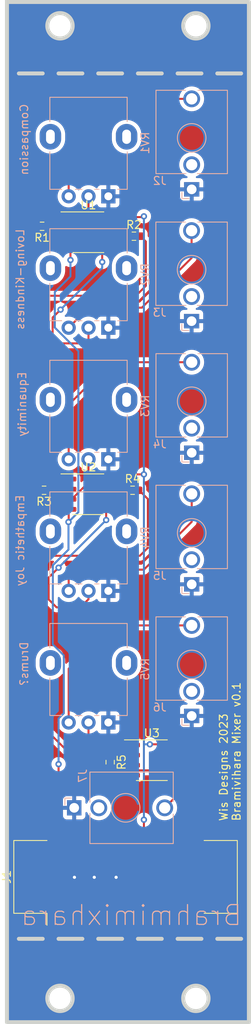
<source format=kicad_pcb>
(kicad_pcb (version 20221018) (generator pcbnew)
  (layers (0 "F.Cu" signal) (31 "B.Cu" signal) (34 "B.Paste" user) (35 "F.Paste" user) (36 "B.SilkS" user "B.Silkscreen") (37 "F.SilkS" user "F.Silkscreen") (38 "B.Mask" user) (39 "F.Mask" user) (44 "Edge.Cuts" user))
  (net 0 "")
  (net 1 "-12V")
  (net 2 "GND")
  (net 3 "+12V")
  (net 4 "+5V")
  (net 9 "Net-(J2-PadT)")
  (net 11 "Net-(J3-PadT)")
  (net 13 "Net-(J4-PadT)")
  (net 15 "Net-(J5-PadT)")
  (net 17 "Net-(J6-PadT)")
  (net 19 "Net-(U3B--)")
  (net 21 "Net-(U1A--)")
  (net 22 "Net-(U3B-+)")
  (net 23 "Net-(U1B--)")
  (net 24 "Net-(U2A--)")
  (net 25 "Net-(U2B--)")
  (net 26 "Net-(U3A--)")
  (net 27 "Net-(U1A-+)")
  (net 28 "Net-(U1B-+)")
  (net 29 "Net-(U2A-+)")
  (net 30 "Net-(U2B-+)")
  (net 31 "Net-(U3A-+)")
  (footprint "Package_SO:SOIC-8_3.9x4.9mm_P1.27mm" (layer "F.Cu") (at 38.25 115.5)
    (fp_text reference "U3" (at 0 -3.4) (layer "F.SilkS"))
    (fp_text value "TL072")
    (fp_line (start 0 -2.56) (end -3.45 -2.56) (stroke (width 0.12)) (layer "F.SilkS"))
    (fp_line (start 0 -2.56) (end 1.95 -2.56) (stroke (width 0.12)) (layer "F.SilkS"))
    (fp_line (start 0 2.56) (end -1.95 2.56) (stroke (width 0.12)) (layer "F.SilkS"))
    (fp_line (start 0 2.56) (end 1.95 2.56) (stroke (width 0.12)) (layer "F.SilkS"))
    (pad "1" smd roundrect (at -2.475 -1.905) (size 1.95 0.6) (layers "F.Cu" "F.Paste" "F.Mask") (net 26 "Net-(U3A--)"))
    (pad "2" smd roundrect (at -2.475 -0.635) (size 1.95 0.6) (layers "F.Cu" "F.Paste" "F.Mask") (net 26 "Net-(U3A--)"))
    (pad "3" smd roundrect (at -2.475 0.635) (size 1.95 0.6) (layers "F.Cu" "F.Paste" "F.Mask") (net 31 "Net-(U3A-+)"))
    (pad "4" smd roundrect (at -2.475 1.905) (size 1.95 0.6) (layers "F.Cu" "F.Paste" "F.Mask") (net 1 "-12V"))
    (pad "5" smd roundrect (at 2.475 1.905) (size 1.95 0.6) (layers "F.Cu" "F.Paste" "F.Mask") (net 22 "Net-(U3B-+)"))
    (pad "6" smd roundrect (at 2.475 0.635) (size 1.95 0.6) (layers "F.Cu" "F.Paste" "F.Mask") (net 19 "Net-(U3B--)"))
    (pad "7" smd roundrect (at 2.475 -0.635) (size 1.95 0.6) (layers "F.Cu" "F.Paste" "F.Mask") (net 19 "Net-(U3B--)"))
    (pad "8" smd roundrect (at 2.475 -1.905) (size 1.95 0.6) (layers "F.Cu" "F.Paste" "F.Mask") (net 3 "+12V"))
  )
  (footprint "Package_SO:SOIC-8_3.9x4.9mm_P1.27mm" (layer "F.Cu") (at 30.25 49)
    (fp_text reference "U1" (at 0 -3.4) (layer "F.SilkS"))
    (fp_text value "TL072")
    (fp_line (start 0 -2.56) (end -3.45 -2.56) (stroke (width 0.12)) (layer "F.SilkS"))
    (fp_line (start 0 -2.56) (end 1.95 -2.56) (stroke (width 0.12)) (layer "F.SilkS"))
    (fp_line (start 0 2.56) (end -1.95 2.56) (stroke (width 0.12)) (layer "F.SilkS"))
    (fp_line (start 0 2.56) (end 1.95 2.56) (stroke (width 0.12)) (layer "F.SilkS"))
    (pad "1" smd roundrect (at -2.475 -1.905) (size 1.95 0.6) (layers "F.Cu" "F.Paste" "F.Mask") (net 21 "Net-(U1A--)"))
    (pad "2" smd roundrect (at -2.475 -0.635) (size 1.95 0.6) (layers "F.Cu" "F.Paste" "F.Mask") (net 21 "Net-(U1A--)"))
    (pad "3" smd roundrect (at -2.475 0.635) (size 1.95 0.6) (layers "F.Cu" "F.Paste" "F.Mask") (net 27 "Net-(U1A-+)"))
    (pad "4" smd roundrect (at -2.475 1.905) (size 1.95 0.6) (layers "F.Cu" "F.Paste" "F.Mask") (net 1 "-12V"))
    (pad "5" smd roundrect (at 2.475 1.905) (size 1.95 0.6) (layers "F.Cu" "F.Paste" "F.Mask") (net 28 "Net-(U1B-+)"))
    (pad "6" smd roundrect (at 2.475 0.635) (size 1.95 0.6) (layers "F.Cu" "F.Paste" "F.Mask") (net 23 "Net-(U1B--)"))
    (pad "7" smd roundrect (at 2.475 -0.635) (size 1.95 0.6) (layers "F.Cu" "F.Paste" "F.Mask") (net 23 "Net-(U1B--)"))
    (pad "8" smd roundrect (at 2.475 -1.905) (size 1.95 0.6) (layers "F.Cu" "F.Paste" "F.Mask") (net 3 "+12V"))
  )
  (footprint "Resistor_SMD:R_0603_1608Metric" (layer "F.Cu") (at 24.425 48.25 180)
    (fp_text reference "R1" (at 0 -1.43) (layer "F.SilkS"))
    (fp_text value "1k")
    (fp_line (start -0.237258 -0.5225) (end 0.237258 -0.5225) (stroke (width 0.12)) (layer "F.SilkS"))
    (fp_line (start -0.237258 0.5225) (end 0.237258 0.5225) (stroke (width 0.12)) (layer "F.SilkS"))
    (pad "1" smd roundrect (at -0.825 0 180) (size 0.8 0.95) (layers "F.Cu" "F.Paste" "F.Mask") (net 21 "Net-(U1A--)"))
    (pad "2" smd roundrect (at 0.825 0 180) (size 0.8 0.95) (layers "F.Cu" "F.Paste" "F.Mask") (net 22 "Net-(U3B-+)"))
  )
  (footprint "Resistor_SMD:R_0603_1608Metric" (layer "F.Cu") (at 24.675 81.5 180)
    (fp_text reference "R3" (at 0 -1.43) (layer "F.SilkS"))
    (fp_text value "1k")
    (fp_line (start -0.237258 -0.5225) (end 0.237258 -0.5225) (stroke (width 0.12)) (layer "F.SilkS"))
    (fp_line (start -0.237258 0.5225) (end 0.237258 0.5225) (stroke (width 0.12)) (layer "F.SilkS"))
    (pad "1" smd roundrect (at -0.825 0 180) (size 0.8 0.95) (layers "F.Cu" "F.Paste" "F.Mask") (net 24 "Net-(U2A--)"))
    (pad "2" smd roundrect (at 0.825 0 180) (size 0.8 0.95) (layers "F.Cu" "F.Paste" "F.Mask") (net 22 "Net-(U3B-+)"))
  )
  (footprint "Resistor_SMD:R_0603_1608Metric" (layer "F.Cu") (at 35.825 81.5)
    (fp_text reference "R4" (at 0 -1.43) (layer "F.SilkS"))
    (fp_text value "1k")
    (fp_line (start -0.237258 -0.5225) (end 0.237258 -0.5225) (stroke (width 0.12)) (layer "F.SilkS"))
    (fp_line (start -0.237258 0.5225) (end 0.237258 0.5225) (stroke (width 0.12)) (layer "F.SilkS"))
    (pad "1" smd roundrect (at -0.825 0) (size 0.8 0.95) (layers "F.Cu" "F.Paste" "F.Mask") (net 25 "Net-(U2B--)"))
    (pad "2" smd roundrect (at 0.825 0) (size 0.8 0.95) (layers "F.Cu" "F.Paste" "F.Mask") (net 22 "Net-(U3B-+)"))
  )
  (footprint "Package_SO:SOIC-8_3.9x4.9mm_P1.27mm" (layer "F.Cu") (at 30.25 82)
    (fp_text reference "U2" (at 0 -3.4) (layer "F.SilkS"))
    (fp_text value "TL072")
    (fp_line (start 0 -2.56) (end -3.45 -2.56) (stroke (width 0.12)) (layer "F.SilkS"))
    (fp_line (start 0 -2.56) (end 1.95 -2.56) (stroke (width 0.12)) (layer "F.SilkS"))
    (fp_line (start 0 2.56) (end -1.95 2.56) (stroke (width 0.12)) (layer "F.SilkS"))
    (fp_line (start 0 2.56) (end 1.95 2.56) (stroke (width 0.12)) (layer "F.SilkS"))
    (pad "1" smd roundrect (at -2.475 -1.905) (size 1.95 0.6) (layers "F.Cu" "F.Paste" "F.Mask") (net 24 "Net-(U2A--)"))
    (pad "2" smd roundrect (at -2.475 -0.635) (size 1.95 0.6) (layers "F.Cu" "F.Paste" "F.Mask") (net 24 "Net-(U2A--)"))
    (pad "3" smd roundrect (at -2.475 0.635) (size 1.95 0.6) (layers "F.Cu" "F.Paste" "F.Mask") (net 29 "Net-(U2A-+)"))
    (pad "4" smd roundrect (at -2.475 1.905) (size 1.95 0.6) (layers "F.Cu" "F.Paste" "F.Mask") (net 1 "-12V"))
    (pad "5" smd roundrect (at 2.475 1.905) (size 1.95 0.6) (layers "F.Cu" "F.Paste" "F.Mask") (net 30 "Net-(U2B-+)"))
    (pad "6" smd roundrect (at 2.475 0.635) (size 1.95 0.6) (layers "F.Cu" "F.Paste" "F.Mask") (net 25 "Net-(U2B--)"))
    (pad "7" smd roundrect (at 2.475 -0.635) (size 1.95 0.6) (layers "F.Cu" "F.Paste" "F.Mask") (net 25 "Net-(U2B--)"))
    (pad "8" smd roundrect (at 2.475 -1.905) (size 1.95 0.6) (layers "F.Cu" "F.Paste" "F.Mask") (net 3 "+12V"))
  )
  (footprint "Connector_IDC:IDC-Header_2x08_P2.54mm_Vertical_SMD" (layer "F.Cu") (at 34.94 130.2 90)
    (fp_text reference "J1" (at 0 -14.97 90) (layer "F.SilkS"))
    (fp_text value "EuroPower16")
    (fp_line (start -4.585 -14.08) (end 4.585 -14.08) (stroke (width 0.12)) (layer "F.SilkS"))
    (fp_line (start -4.585 -9.9) (end -6.085 -9.9) (stroke (width 0.12)) (layer "F.SilkS"))
    (fp_line (start -4.585 -9.9) (end -4.585 -14.08) (stroke (width 0.12)) (layer "F.SilkS"))
    (fp_line (start -4.585 9.9) (end -4.585 14.08) (stroke (width 0.12)) (layer "F.SilkS"))
    (fp_line (start -4.585 14.08) (end 4.585 14.08) (stroke (width 0.12)) (layer "F.SilkS"))
    (fp_line (start 4.585 -14.08) (end 4.585 -9.9) (stroke (width 0.12)) (layer "F.SilkS"))
    (fp_line (start 4.585 14.08) (end 4.585 9.9) (stroke (width 0.12)) (layer "F.SilkS"))
    (pad "1" smd roundrect (at -3.8 -8.89 90) (size 5 1.02) (layers "F.Cu" "F.Paste" "F.Mask") (net 1 "-12V"))
    (pad "2" smd roundrect (at 3.8 -8.89 90) (size 5 1.02) (layers "F.Cu" "F.Paste" "F.Mask") (net 1 "-12V"))
    (pad "3" smd roundrect (at -3.8 -6.35 90) (size 5 1.02) (layers "F.Cu" "F.Paste" "F.Mask") (net 2 "GND"))
    (pad "4" smd roundrect (at 3.8 -6.35 90) (size 5 1.02) (layers "F.Cu" "F.Paste" "F.Mask") (net 2 "GND"))
    (pad "5" smd roundrect (at -3.8 -3.81 90) (size 5 1.02) (layers "F.Cu" "F.Paste" "F.Mask") (net 2 "GND"))
    (pad "6" smd roundrect (at 3.8 -3.81 90) (size 5 1.02) (layers "F.Cu" "F.Paste" "F.Mask") (net 2 "GND"))
    (pad "7" smd roundrect (at -3.8 -1.27 90) (size 5 1.02) (layers "F.Cu" "F.Paste" "F.Mask") (net 2 "GND"))
    (pad "8" smd roundrect (at 3.8 -1.27 90) (size 5 1.02) (layers "F.Cu" "F.Paste" "F.Mask") (net 2 "GND"))
    (pad "9" smd roundrect (at -3.8 1.27 90) (size 5 1.02) (layers "F.Cu" "F.Paste" "F.Mask") (net 3 "+12V"))
    (pad "10" smd roundrect (at 3.8 1.27 90) (size 5 1.02) (layers "F.Cu" "F.Paste" "F.Mask") (net 3 "+12V"))
    (pad "11" smd roundrect (at -3.8 3.81 90) (size 5 1.02) (layers "F.Cu" "F.Paste" "F.Mask") (net 4 "+5V"))
    (pad "12" smd roundrect (at 3.8 3.81 90) (size 5 1.02) (layers "F.Cu" "F.Paste" "F.Mask") (net 4 "+5V"))
    (pad "13" smd roundrect (at -3.8 6.35 90) (size 5 1.02) (layers "F.Cu" "F.Paste" "F.Mask"))
    (pad "14" smd roundrect (at 3.8 6.35 90) (size 5 1.02) (layers "F.Cu" "F.Paste" "F.Mask"))
    (pad "15" smd roundrect (at -3.8 8.89 90) (size 5 1.02) (layers "F.Cu" "F.Paste" "F.Mask"))
    (pad "16" smd roundrect (at 3.8 8.89 90) (size 5 1.02) (layers "F.Cu" "F.Paste" "F.Mask"))
  )
  (footprint "Resistor_SMD:R_0603_1608Metric" (layer "F.Cu") (at 36 49.5)
    (fp_text reference "R2" (at 0 -1.43) (layer "F.SilkS"))
    (fp_text value "1k")
    (fp_line (start -0.237258 -0.5225) (end 0.237258 -0.5225) (stroke (width 0.12)) (layer "F.SilkS"))
    (fp_line (start -0.237258 0.5225) (end 0.237258 0.5225) (stroke (width 0.12)) (layer "F.SilkS"))
    (pad "1" smd roundrect (at -0.825 0) (size 0.8 0.95) (layers "F.Cu" "F.Paste" "F.Mask") (net 23 "Net-(U1B--)"))
    (pad "2" smd roundrect (at 0.825 0) (size 0.8 0.95) (layers "F.Cu" "F.Paste" "F.Mask") (net 22 "Net-(U3B-+)"))
  )
  (footprint "Resistor_SMD:R_0603_1608Metric" (layer "F.Cu") (at 33 115.75 -90)
    (fp_text reference "R5" (at 0 -1.43 90) (layer "F.SilkS"))
    (fp_text value "1k")
    (fp_line (start -0.237258 -0.5225) (end 0.237258 -0.5225) (stroke (width 0.12)) (layer "F.SilkS"))
    (fp_line (start -0.237258 0.5225) (end 0.237258 0.5225) (stroke (width 0.12)) (layer "F.SilkS"))
    (pad "1" smd roundrect (at -0.825 0 270) (size 0.8 0.95) (layers "F.Cu" "F.Paste" "F.Mask") (net 26 "Net-(U3A--)"))
    (pad "2" smd roundrect (at 0.825 0 270) (size 0.8 0.95) (layers "F.Cu" "F.Paste" "F.Mask") (net 22 "Net-(U3B-+)"))
  )
  (footprint "Connector_Audio:Jack_3.5mm_QingPu_WQP-PJ398SM_Vertical_CircularHoles" (layer "B.Cu") (at 43.2725 43.6)
    (fp_text reference "J2" (at -4.03 -1.08 -360) (layer "B.SilkS") (effects (justify mirror)))
    (fp_text value "Thonkiconn")
    (fp_line (start -4.5 -1.98) (end -4.5 -12.48) (stroke (width 0.12)) (layer "B.SilkS"))
    (fp_line (start -1.23 1.17) (end -1.23 0.37) (stroke (width 0.12)) (layer "B.SilkS"))
    (fp_line (start -1.23 1.17) (end -0.37 1.17) (stroke (width 0.12)) (layer "B.SilkS"))
    (fp_line (start -0.8 -12.48) (end -4.5 -12.48) (stroke (width 0.12)) (layer "B.SilkS"))
    (fp_line (start -0.72 -1.98) (end -4.5 -1.98) (stroke (width 0.12)) (layer "B.SilkS"))
    (fp_line (start 4.5 -12.48) (end 0.8 -12.48) (stroke (width 0.12)) (layer "B.SilkS"))
    (fp_line (start 4.5 -1.98) (end 0.72 -1.98) (stroke (width 0.12)) (layer "B.SilkS"))
    (fp_line (start 4.5 -1.98) (end 4.5 -12.48) (stroke (width 0.12)) (layer "B.SilkS"))
    (fp_circle (center 0 -6.48) (end 1.8 -6.48) (stroke (width 0.12)) (fill none) (layer "B.SilkS"))
    (pad "S" thru_hole rect (at 0 0 180) (size 1.93 1.83) (drill 1.22) (layers "*.Cu" "*.Mask") (net 2 "GND"))
    (pad "T" thru_hole circle (at 0 -11.4 180) (size 2.13 2.13) (drill 1.43) (layers "*.Cu" "*.Mask") (net 9 "Net-(J2-PadT)"))
    (pad "TN" thru_hole circle (at 0 -3.1 180) (size 2.13 2.13) (drill 1.42) (layers "*.Cu" "*.Mask"))
    (zone (net 0) (net_name "") (layer "B.Cu") (connect_pads (clearance 0)) (min_thickness 0.254)
      (keepout (tracks not_allowed) (vias not_allowed) (pads not_allowed) (copperpour not_allowed) (footprints not_allowed))
      (fill (thermal_gap 0.508) (thermal_bridge_width 0.508))
      (polygon (pts (xy 44.777641 37.12) (xy 44.75743 37.365829) (xy 44.697341 37.605055) (xy 44.598986 37.831256) (xy 44.465008 38.038355) (xy 44.299004 38.22079) (xy 44.105432 38.373664) (xy 43.889492 38.492869) (xy 43.656982 38.575206) (xy 43.414146 38.618461) (xy 43.167507 38.621475) (xy 42.923687 38.584165) (xy 42.689234 38.507534) (xy 42.470446 38.39364) (xy 42.273197 38.245542) (xy 42.102786 38.067216) (xy 41.963788 37.863452) (xy 41.859936 37.639722) (xy 41.794019 37.402035) (xy 41.767808 37.156774) (xy 41.782007 36.910525) (xy 41.836234 36.669901) (xy 41.929032 36.441366) (xy 42.057911 36.231055) (xy 42.219408 36.044618) (xy 42.409187 35.887061) (xy 42.62215 35.762615) (xy 42.852579 35.674623) (xy 43.094285 35.625447) (xy 43.340778 35.616408) (xy 43.585436 35.64775) (xy 43.821691 35.71863) (xy 44.043197 35.827144) (xy 44.244005 35.970379) (xy 44.418723 36.144488) (xy 44.562658 36.344795) (xy 44.671945 36.565921) (xy 44.743649 36.801926) (xy 44.775844 37.046474)))
    )
  )
  (footprint "Connector_Audio:Jack_3.5mm_QingPu_WQP-PJ398SM_Vertical_CircularHoles" (layer "B.Cu") (at 43.2725 109.925)
    (fp_text reference "J6" (at -4.03 -1.08 -360) (layer "B.SilkS") (effects (justify mirror)))
    (fp_text value "Thonkiconn")
    (fp_line (start -4.5 -1.98) (end -4.5 -12.48) (stroke (width 0.12)) (layer "B.SilkS"))
    (fp_line (start -1.23 1.17) (end -1.23 0.37) (stroke (width 0.12)) (layer "B.SilkS"))
    (fp_line (start -1.23 1.17) (end -0.37 1.17) (stroke (width 0.12)) (layer "B.SilkS"))
    (fp_line (start -0.8 -12.48) (end -4.5 -12.48) (stroke (width 0.12)) (layer "B.SilkS"))
    (fp_line (start -0.72 -1.98) (end -4.5 -1.98) (stroke (width 0.12)) (layer "B.SilkS"))
    (fp_line (start 4.5 -12.48) (end 0.8 -12.48) (stroke (width 0.12)) (layer "B.SilkS"))
    (fp_line (start 4.5 -1.98) (end 0.72 -1.98) (stroke (width 0.12)) (layer "B.SilkS"))
    (fp_line (start 4.5 -1.98) (end 4.5 -12.48) (stroke (width 0.12)) (layer "B.SilkS"))
    (fp_circle (center 0 -6.48) (end 1.8 -6.48) (stroke (width 0.12)) (fill none) (layer "B.SilkS"))
    (pad "S" thru_hole rect (at 0 0 180) (size 1.93 1.83) (drill 1.22) (layers "*.Cu" "*.Mask") (net 2 "GND"))
    (pad "T" thru_hole circle (at 0 -11.4 180) (size 2.13 2.13) (drill 1.43) (layers "*.Cu" "*.Mask") (net 17 "Net-(J6-PadT)"))
    (pad "TN" thru_hole circle (at 0 -3.1 180) (size 2.13 2.13) (drill 1.42) (layers "*.Cu" "*.Mask"))
    (zone (net 0) (net_name "") (layer "B.Cu") (connect_pads (clearance 0)) (min_thickness 0.254)
      (keepout (tracks not_allowed) (vias not_allowed) (pads not_allowed) (copperpour not_allowed) (footprints not_allowed))
      (fill (thermal_gap 0.508) (thermal_bridge_width 0.508))
      (polygon (pts (xy 44.777641 103.445) (xy 44.75743 103.690829) (xy 44.697341 103.930055) (xy 44.598986 104.156256) (xy 44.465008 104.363355) (xy 44.299004 104.54579) (xy 44.105432 104.698664) (xy 43.889492 104.817869) (xy 43.656982 104.900206) (xy 43.414146 104.943461) (xy 43.167507 104.946475) (xy 42.923687 104.909165) (xy 42.689234 104.832534) (xy 42.470446 104.71864) (xy 42.273197 104.570542) (xy 42.102786 104.392216) (xy 41.963788 104.188452) (xy 41.859936 103.964722) (xy 41.794019 103.727035) (xy 41.767808 103.481774) (xy 41.782007 103.235525) (xy 41.836234 102.994901) (xy 41.929032 102.766366) (xy 42.057911 102.556055) (xy 42.219408 102.369618) (xy 42.409187 102.212061) (xy 42.62215 102.087615) (xy 42.852579 101.999623) (xy 43.094285 101.950447) (xy 43.340778 101.941408) (xy 43.585436 101.97275) (xy 43.821691 102.04363) (xy 44.043197 102.152144) (xy 44.244005 102.295379) (xy 44.418723 102.469488) (xy 44.562658 102.669795) (xy 44.671945 102.890921) (xy 44.743649 103.126926) (xy 44.775844 103.371474)))
    )
  )
  (footprint "Potentiometer_THT:Potentiometer_Alpha_RD901F-40-00D_Single_Vertical" (layer "B.Cu") (at 32.7725 94.175 90)
    (fp_text reference "RV4" (at 6.71 4.64 90) (layer "B.SilkS") (effects (justify mirror)))
    (fp_text value "AlphaPot")
    (fp_line (start 0.88 -7.37) (end 0.88 -5.88) (stroke (width 0.12)) (layer "B.SilkS"))
    (fp_line (start 0.88 -7.37) (end 5.6 -7.37) (stroke (width 0.12)) (layer "B.SilkS"))
    (fp_line (start 0.88 -4.16) (end 0.88 -3.33) (stroke (width 0.12)) (layer "B.SilkS"))
    (fp_line (start 0.88 -1.71) (end 0.88 -1.18) (stroke (width 0.12)) (layer "B.SilkS"))
    (fp_line (start 0.88 1.19) (end 0.88 2.37) (stroke (width 0.12)) (layer "B.SilkS"))
    (fp_line (start 0.88 2.38) (end 5.6 2.38) (stroke (width 0.12)) (layer "B.SilkS"))
    (fp_line (start 9.41 -7.37) (end 12.47 -7.37) (stroke (width 0.12)) (layer "B.SilkS"))
    (fp_line (start 9.41 2.37) (end 12.47 2.37) (stroke (width 0.12)) (layer "B.SilkS"))
    (fp_line (start 12.47 -7.37) (end 12.47 2.37) (stroke (width 0.12)) (layer "B.SilkS"))
    (pad "" thru_hole oval (at 7.5 -7.3) (size 2.72 3.24) (drill oval 1.1 1.8) (layers "*.Cu" "*.Mask"))
    (pad "" thru_hole oval (at 7.5 2.3) (size 2.72 3.24) (drill oval 1.1 1.8) (layers "*.Cu" "*.Mask"))
    (pad "1" thru_hole rect (at 0 0) (size 1.8 1.8) (drill 1) (layers "*.Cu" "*.Mask") (net 2 "GND"))
    (pad "2" thru_hole circle (at 0 -2.5) (size 1.8 1.8) (drill 1) (layers "*.Cu" "*.Mask") (net 30 "Net-(U2B-+)"))
    (pad "3" thru_hole circle (at 0 -5) (size 1.8 1.8) (drill 1) (layers "*.Cu" "*.Mask") (net 15 "Net-(J5-PadT)"))
  )
  (footprint "Connector_Audio:Jack_3.5mm_QingPu_WQP-PJ398SM_Vertical_CircularHoles" (layer "B.Cu") (at 43.258674 60.2)
    (fp_text reference "J3" (at -4.03 -1.08 -360) (layer "B.SilkS") (effects (justify mirror)))
    (fp_text value "Thonkiconn")
    (fp_line (start -4.5 -1.98) (end -4.5 -12.48) (stroke (width 0.12)) (layer "B.SilkS"))
    (fp_line (start -1.23 1.17) (end -1.23 0.37) (stroke (width 0.12)) (layer "B.SilkS"))
    (fp_line (start -1.23 1.17) (end -0.37 1.17) (stroke (width 0.12)) (layer "B.SilkS"))
    (fp_line (start -0.8 -12.48) (end -4.5 -12.48) (stroke (width 0.12)) (layer "B.SilkS"))
    (fp_line (start -0.72 -1.98) (end -4.5 -1.98) (stroke (width 0.12)) (layer "B.SilkS"))
    (fp_line (start 4.5 -12.48) (end 0.8 -12.48) (stroke (width 0.12)) (layer "B.SilkS"))
    (fp_line (start 4.5 -1.98) (end 0.72 -1.98) (stroke (width 0.12)) (layer "B.SilkS"))
    (fp_line (start 4.5 -1.98) (end 4.5 -12.48) (stroke (width 0.12)) (layer "B.SilkS"))
    (fp_circle (center 0 -6.48) (end 1.8 -6.48) (stroke (width 0.12)) (fill none) (layer "B.SilkS"))
    (pad "S" thru_hole rect (at 0 0 180) (size 1.93 1.83) (drill 1.22) (layers "*.Cu" "*.Mask") (net 2 "GND"))
    (pad "T" thru_hole circle (at 0 -11.4 180) (size 2.13 2.13) (drill 1.43) (layers "*.Cu" "*.Mask") (net 11 "Net-(J3-PadT)"))
    (pad "TN" thru_hole circle (at 0 -3.1 180) (size 2.13 2.13) (drill 1.42) (layers "*.Cu" "*.Mask"))
    (zone (net 0) (net_name "") (layer "B.Cu") (connect_pads (clearance 0)) (min_thickness 0.254)
      (keepout (tracks not_allowed) (vias not_allowed) (pads not_allowed) (copperpour not_allowed) (footprints not_allowed))
      (fill (thermal_gap 0.508) (thermal_bridge_width 0.508))
      (polygon (pts (xy 44.763815 53.72) (xy 44.743604 53.965829) (xy 44.683515 54.205055) (xy 44.58516 54.431256) (xy 44.451182 54.638355) (xy 44.285178 54.82079) (xy 44.091606 54.973664) (xy 43.875666 55.092869) (xy 43.643156 55.175206) (xy 43.40032 55.218461) (xy 43.153681 55.221475) (xy 42.909861 55.184165) (xy 42.675408 55.107534) (xy 42.45662 54.99364) (xy 42.259371 54.845542) (xy 42.08896 54.667216) (xy 41.949962 54.463452) (xy 41.84611 54.239722) (xy 41.780193 54.002035) (xy 41.753982 53.756774) (xy 41.768181 53.510525) (xy 41.822408 53.269901) (xy 41.915206 53.041366) (xy 42.044085 52.831055) (xy 42.205582 52.644618) (xy 42.395361 52.487061) (xy 42.608324 52.362615) (xy 42.838753 52.274623) (xy 43.080459 52.225447) (xy 43.326952 52.216408) (xy 43.57161 52.24775) (xy 43.807865 52.31863) (xy 44.029371 52.427144) (xy 44.230179 52.570379) (xy 44.404897 52.744488) (xy 44.548832 52.944795) (xy 44.658119 53.165921) (xy 44.729823 53.401926) (xy 44.762018 53.646474)))
    )
  )
  (footprint "Potentiometer_THT:Potentiometer_Alpha_RD901F-40-00D_Single_Vertical" (layer "B.Cu") (at 32.7725 61.025 90)
    (fp_text reference "RV2" (at 6.71 4.64 90) (layer "B.SilkS") (effects (justify mirror)))
    (fp_text value "AlphaPot")
    (fp_line (start 0.88 -7.37) (end 0.88 -5.88) (stroke (width 0.12)) (layer "B.SilkS"))
    (fp_line (start 0.88 -7.37) (end 5.6 -7.37) (stroke (width 0.12)) (layer "B.SilkS"))
    (fp_line (start 0.88 -4.16) (end 0.88 -3.33) (stroke (width 0.12)) (layer "B.SilkS"))
    (fp_line (start 0.88 -1.71) (end 0.88 -1.18) (stroke (width 0.12)) (layer "B.SilkS"))
    (fp_line (start 0.88 1.19) (end 0.88 2.37) (stroke (width 0.12)) (layer "B.SilkS"))
    (fp_line (start 0.88 2.38) (end 5.6 2.38) (stroke (width 0.12)) (layer "B.SilkS"))
    (fp_line (start 9.41 -7.37) (end 12.47 -7.37) (stroke (width 0.12)) (layer "B.SilkS"))
    (fp_line (start 9.41 2.37) (end 12.47 2.37) (stroke (width 0.12)) (layer "B.SilkS"))
    (fp_line (start 12.47 -7.37) (end 12.47 2.37) (stroke (width 0.12)) (layer "B.SilkS"))
    (pad "" thru_hole oval (at 7.5 -7.3) (size 2.72 3.24) (drill oval 1.1 1.8) (layers "*.Cu" "*.Mask"))
    (pad "" thru_hole oval (at 7.5 2.3) (size 2.72 3.24) (drill oval 1.1 1.8) (layers "*.Cu" "*.Mask"))
    (pad "1" thru_hole rect (at 0 0) (size 1.8 1.8) (drill 1) (layers "*.Cu" "*.Mask") (net 2 "GND"))
    (pad "2" thru_hole circle (at 0 -2.5) (size 1.8 1.8) (drill 1) (layers "*.Cu" "*.Mask") (net 28 "Net-(U1B-+)"))
    (pad "3" thru_hole circle (at 0 -5) (size 1.8 1.8) (drill 1) (layers "*.Cu" "*.Mask") (net 11 "Net-(J3-PadT)"))
  )
  (footprint "Connector_Audio:Jack_3.5mm_QingPu_WQP-PJ398SM_Vertical_CircularHoles" (layer "B.Cu") (at 43.2725 76.775)
    (fp_text reference "J4" (at -4.03 -1.08 -360) (layer "B.SilkS") (effects (justify mirror)))
    (fp_text value "Thonkiconn")
    (fp_line (start -4.5 -1.98) (end -4.5 -12.48) (stroke (width 0.12)) (layer "B.SilkS"))
    (fp_line (start -1.23 1.17) (end -1.23 0.37) (stroke (width 0.12)) (layer "B.SilkS"))
    (fp_line (start -1.23 1.17) (end -0.37 1.17) (stroke (width 0.12)) (layer "B.SilkS"))
    (fp_line (start -0.8 -12.48) (end -4.5 -12.48) (stroke (width 0.12)) (layer "B.SilkS"))
    (fp_line (start -0.72 -1.98) (end -4.5 -1.98) (stroke (width 0.12)) (layer "B.SilkS"))
    (fp_line (start 4.5 -12.48) (end 0.8 -12.48) (stroke (width 0.12)) (layer "B.SilkS"))
    (fp_line (start 4.5 -1.98) (end 0.72 -1.98) (stroke (width 0.12)) (layer "B.SilkS"))
    (fp_line (start 4.5 -1.98) (end 4.5 -12.48) (stroke (width 0.12)) (layer "B.SilkS"))
    (fp_circle (center 0 -6.48) (end 1.8 -6.48) (stroke (width 0.12)) (fill none) (layer "B.SilkS"))
    (pad "S" thru_hole rect (at 0 0 180) (size 1.93 1.83) (drill 1.22) (layers "*.Cu" "*.Mask") (net 2 "GND"))
    (pad "T" thru_hole circle (at 0 -11.4 180) (size 2.13 2.13) (drill 1.43) (layers "*.Cu" "*.Mask") (net 13 "Net-(J4-PadT)"))
    (pad "TN" thru_hole circle (at 0 -3.1 180) (size 2.13 2.13) (drill 1.42) (layers "*.Cu" "*.Mask"))
    (zone (net 0) (net_name "") (layer "B.Cu") (connect_pads (clearance 0)) (min_thickness 0.254)
      (keepout (tracks not_allowed) (vias not_allowed) (pads not_allowed) (copperpour not_allowed) (footprints not_allowed))
      (fill (thermal_gap 0.508) (thermal_bridge_width 0.508))
      (polygon (pts (xy 44.777641 70.295) (xy 44.75743 70.540829) (xy 44.697341 70.780055) (xy 44.598986 71.006256) (xy 44.465008 71.213355) (xy 44.299004 71.39579) (xy 44.105432 71.548664) (xy 43.889492 71.667869) (xy 43.656982 71.750206) (xy 43.414146 71.793461) (xy 43.167507 71.796475) (xy 42.923687 71.759165) (xy 42.689234 71.682534) (xy 42.470446 71.56864) (xy 42.273197 71.420542) (xy 42.102786 71.242216) (xy 41.963788 71.038452) (xy 41.859936 70.814722) (xy 41.794019 70.577035) (xy 41.767808 70.331774) (xy 41.782007 70.085525) (xy 41.836234 69.844901) (xy 41.929032 69.616366) (xy 42.057911 69.406055) (xy 42.219408 69.219618) (xy 42.409187 69.062061) (xy 42.62215 68.937615) (xy 42.852579 68.849623) (xy 43.094285 68.800447) (xy 43.340778 68.791408) (xy 43.585436 68.82275) (xy 43.821691 68.89363) (xy 44.043197 69.002144) (xy 44.244005 69.145379) (xy 44.418723 69.319488) (xy 44.562658 69.519795) (xy 44.671945 69.740921) (xy 44.743649 69.976926) (xy 44.775844 70.221474)))
    )
  )
  (footprint "Connector_Audio:Jack_3.5mm_QingPu_WQP-PJ398SM_Vertical_CircularHoles" (layer "B.Cu") (at 43.2725 93.35)
    (fp_text reference "J5" (at -4.03 -1.08 -360) (layer "B.SilkS") (effects (justify mirror)))
    (fp_text value "Thonkiconn")
    (fp_line (start -4.5 -1.98) (end -4.5 -12.48) (stroke (width 0.12)) (layer "B.SilkS"))
    (fp_line (start -1.23 1.17) (end -1.23 0.37) (stroke (width 0.12)) (layer "B.SilkS"))
    (fp_line (start -1.23 1.17) (end -0.37 1.17) (stroke (width 0.12)) (layer "B.SilkS"))
    (fp_line (start -0.8 -12.48) (end -4.5 -12.48) (stroke (width 0.12)) (layer "B.SilkS"))
    (fp_line (start -0.72 -1.98) (end -4.5 -1.98) (stroke (width 0.12)) (layer "B.SilkS"))
    (fp_line (start 4.5 -12.48) (end 0.8 -12.48) (stroke (width 0.12)) (layer "B.SilkS"))
    (fp_line (start 4.5 -1.98) (end 0.72 -1.98) (stroke (width 0.12)) (layer "B.SilkS"))
    (fp_line (start 4.5 -1.98) (end 4.5 -12.48) (stroke (width 0.12)) (layer "B.SilkS"))
    (fp_circle (center 0 -6.48) (end 1.8 -6.48) (stroke (width 0.12)) (fill none) (layer "B.SilkS"))
    (pad "S" thru_hole rect (at 0 0 180) (size 1.93 1.83) (drill 1.22) (layers "*.Cu" "*.Mask") (net 2 "GND"))
    (pad "T" thru_hole circle (at 0 -11.4 180) (size 2.13 2.13) (drill 1.43) (layers "*.Cu" "*.Mask") (net 15 "Net-(J5-PadT)"))
    (pad "TN" thru_hole circle (at 0 -3.1 180) (size 2.13 2.13) (drill 1.42) (layers "*.Cu" "*.Mask"))
    (zone (net 0) (net_name "") (layer "B.Cu") (connect_pads (clearance 0)) (min_thickness 0.254)
      (keepout (tracks not_allowed) (vias not_allowed) (pads not_allowed) (copperpour not_allowed) (footprints not_allowed))
      (fill (thermal_gap 0.508) (thermal_bridge_width 0.508))
      (polygon (pts (xy 44.777641 86.87) (xy 44.75743 87.115829) (xy 44.697341 87.355055) (xy 44.598986 87.581256) (xy 44.465008 87.788355) (xy 44.299004 87.97079) (xy 44.105432 88.123664) (xy 43.889492 88.242869) (xy 43.656982 88.325206) (xy 43.414146 88.368461) (xy 43.167507 88.371475) (xy 42.923687 88.334165) (xy 42.689234 88.257534) (xy 42.470446 88.14364) (xy 42.273197 87.995542) (xy 42.102786 87.817216) (xy 41.963788 87.613452) (xy 41.859936 87.389722) (xy 41.794019 87.152035) (xy 41.767808 86.906774) (xy 41.782007 86.660525) (xy 41.836234 86.419901) (xy 41.929032 86.191366) (xy 42.057911 85.981055) (xy 42.219408 85.794618) (xy 42.409187 85.637061) (xy 42.62215 85.512615) (xy 42.852579 85.424623) (xy 43.094285 85.375447) (xy 43.340778 85.366408) (xy 43.585436 85.39775) (xy 43.821691 85.46863) (xy 44.043197 85.577144) (xy 44.244005 85.720379) (xy 44.418723 85.894488) (xy 44.562658 86.094795) (xy 44.671945 86.315921) (xy 44.743649 86.551926) (xy 44.775844 86.796474)))
    )
  )
  (footprint "Connector_Audio:Jack_3.5mm_QingPu_WQP-PJ398SM_Vertical_CircularHoles" (layer "B.Cu") (at 28.47 121.5 -90)
    (fp_text reference "J7" (at -4.03 -1.08 90) (layer "B.SilkS") (effects (justify mirror)))
    (fp_text value "Thonkiconn")
    (fp_line (start -4.5 -1.98) (end -4.5 -12.48) (stroke (width 0.12)) (layer "B.SilkS"))
    (fp_line (start -1.23 1.17) (end -1.23 0.37) (stroke (width 0.12)) (layer "B.SilkS"))
    (fp_line (start -1.23 1.17) (end -0.37 1.17) (stroke (width 0.12)) (layer "B.SilkS"))
    (fp_line (start -0.8 -12.48) (end -4.5 -12.48) (stroke (width 0.12)) (layer "B.SilkS"))
    (fp_line (start -0.72 -1.98) (end -4.5 -1.98) (stroke (width 0.12)) (layer "B.SilkS"))
    (fp_line (start 4.5 -12.48) (end 0.8 -12.48) (stroke (width 0.12)) (layer "B.SilkS"))
    (fp_line (start 4.5 -1.98) (end 0.72 -1.98) (stroke (width 0.12)) (layer "B.SilkS"))
    (fp_line (start 4.5 -1.98) (end 4.5 -12.48) (stroke (width 0.12)) (layer "B.SilkS"))
    (fp_circle (center 0 -6.48) (end 1.8 -6.48) (stroke (width 0.12)) (fill none) (layer "B.SilkS"))
    (pad "S" thru_hole rect (at 0 0 90) (size 1.93 1.83) (drill 1.22) (layers "*.Cu" "*.Mask") (net 2 "GND"))
    (pad "T" thru_hole circle (at 0 -11.4 90) (size 2.13 2.13) (drill 1.43) (layers "*.Cu" "*.Mask") (net 19 "Net-(U3B--)"))
    (pad "TN" thru_hole circle (at 0 -3.1 90) (size 2.13 2.13) (drill 1.42) (layers "*.Cu" "*.Mask"))
    (zone (net 0) (net_name "") (layer "B.Cu") (connect_pads (clearance 0)) (min_thickness 0.254)
      (keepout (tracks not_allowed) (vias not_allowed) (pads not_allowed) (copperpour not_allowed) (footprints not_allowed))
      (fill (thermal_gap 0.508) (thermal_bridge_width 0.508))
      (polygon (pts (xy 34.95 123.005141) (xy 34.704171 122.98493) (xy 34.464945 122.924841) (xy 34.238744 122.826486) (xy 34.031645 122.692508) (xy 33.84921 122.526504) (xy 33.696336 122.332932) (xy 33.577131 122.116992) (xy 33.494794 121.884482) (xy 33.451539 121.641646) (xy 33.448525 121.395007) (xy 33.485835 121.151187) (xy 33.562466 120.916734) (xy 33.67636 120.697946) (xy 33.824458 120.500697) (xy 34.002784 120.330286) (xy 34.206548 120.191288) (xy 34.430278 120.087436) (xy 34.667965 120.021519) (xy 34.913226 119.995308) (xy 35.159475 120.009507) (xy 35.400099 120.063734) (xy 35.628634 120.156532) (xy 35.838945 120.285411) (xy 36.025382 120.446908) (xy 36.182939 120.636687) (xy 36.307385 120.84965) (xy 36.395377 121.080079) (xy 36.444553 121.321785) (xy 36.453592 121.568278) (xy 36.42225 121.812936) (xy 36.35137 122.049191) (xy 36.242856 122.270697) (xy 36.099621 122.471505) (xy 35.925512 122.646223) (xy 35.725205 122.790158) (xy 35.504079 122.899445) (xy 35.268074 122.971149) (xy 35.023526 123.003344)))
    )
  )
  (footprint "Potentiometer_THT:Potentiometer_Alpha_RD901F-40-00D_Single_Vertical" (layer "B.Cu") (at 32.7725 77.6 90)
    (fp_text reference "RV3" (at 6.71 4.64 90) (layer "B.SilkS") (effects (justify mirror)))
    (fp_text value "AlphaPot")
    (fp_line (start 0.88 -7.37) (end 0.88 -5.88) (stroke (width 0.12)) (layer "B.SilkS"))
    (fp_line (start 0.88 -7.37) (end 5.6 -7.37) (stroke (width 0.12)) (layer "B.SilkS"))
    (fp_line (start 0.88 -4.16) (end 0.88 -3.33) (stroke (width 0.12)) (layer "B.SilkS"))
    (fp_line (start 0.88 -1.71) (end 0.88 -1.18) (stroke (width 0.12)) (layer "B.SilkS"))
    (fp_line (start 0.88 1.19) (end 0.88 2.37) (stroke (width 0.12)) (layer "B.SilkS"))
    (fp_line (start 0.88 2.38) (end 5.6 2.38) (stroke (width 0.12)) (layer "B.SilkS"))
    (fp_line (start 9.41 -7.37) (end 12.47 -7.37) (stroke (width 0.12)) (layer "B.SilkS"))
    (fp_line (start 9.41 2.37) (end 12.47 2.37) (stroke (width 0.12)) (layer "B.SilkS"))
    (fp_line (start 12.47 -7.37) (end 12.47 2.37) (stroke (width 0.12)) (layer "B.SilkS"))
    (pad "" thru_hole oval (at 7.5 -7.3) (size 2.72 3.24) (drill oval 1.1 1.8) (layers "*.Cu" "*.Mask"))
    (pad "" thru_hole oval (at 7.5 2.3) (size 2.72 3.24) (drill oval 1.1 1.8) (layers "*.Cu" "*.Mask"))
    (pad "1" thru_hole rect (at 0 0) (size 1.8 1.8) (drill 1) (layers "*.Cu" "*.Mask") (net 2 "GND"))
    (pad "2" thru_hole circle (at 0 -2.5) (size 1.8 1.8) (drill 1) (layers "*.Cu" "*.Mask") (net 29 "Net-(U2A-+)"))
    (pad "3" thru_hole circle (at 0 -5) (size 1.8 1.8) (drill 1) (layers "*.Cu" "*.Mask") (net 13 "Net-(J4-PadT)"))
  )
  (footprint "Potentiometer_THT:Potentiometer_Alpha_RD901F-40-00D_Single_Vertical" (layer "B.Cu") (at 32.7725 110.75 90)
    (fp_text reference "RV5" (at 6.71 4.64 90) (layer "B.SilkS") (effects (justify mirror)))
    (fp_text value "AlphaPot")
    (fp_line (start 0.88 -7.37) (end 0.88 -5.88) (stroke (width 0.12)) (layer "B.SilkS"))
    (fp_line (start 0.88 -7.37) (end 5.6 -7.37) (stroke (width 0.12)) (layer "B.SilkS"))
    (fp_line (start 0.88 -4.16) (end 0.88 -3.33) (stroke (width 0.12)) (layer "B.SilkS"))
    (fp_line (start 0.88 -1.71) (end 0.88 -1.18) (stroke (width 0.12)) (layer "B.SilkS"))
    (fp_line (start 0.88 1.19) (end 0.88 2.37) (stroke (width 0.12)) (layer "B.SilkS"))
    (fp_line (start 0.88 2.38) (end 5.6 2.38) (stroke (width 0.12)) (layer "B.SilkS"))
    (fp_line (start 9.41 -7.37) (end 12.47 -7.37) (stroke (width 0.12)) (layer "B.SilkS"))
    (fp_line (start 9.41 2.37) (end 12.47 2.37) (stroke (width 0.12)) (layer "B.SilkS"))
    (fp_line (start 12.47 -7.37) (end 12.47 2.37) (stroke (width 0.12)) (layer "B.SilkS"))
    (pad "" thru_hole oval (at 7.5 -7.3) (size 2.72 3.24) (drill oval 1.1 1.8) (layers "*.Cu" "*.Mask"))
    (pad "" thru_hole oval (at 7.5 2.3) (size 2.72 3.24) (drill oval 1.1 1.8) (layers "*.Cu" "*.Mask"))
    (pad "1" thru_hole rect (at 0 0) (size 1.8 1.8) (drill 1) (layers "*.Cu" "*.Mask") (net 2 "GND"))
    (pad "2" thru_hole circle (at 0 -2.5) (size 1.8 1.8) (drill 1) (layers "*.Cu" "*.Mask") (net 31 "Net-(U3A-+)"))
    (pad "3" thru_hole circle (at 0 -5) (size 1.8 1.8) (drill 1) (layers "*.Cu" "*.Mask") (net 17 "Net-(J6-PadT)"))
  )
  (footprint "Potentiometer_THT:Potentiometer_Alpha_RD901F-40-00D_Single_Vertical" (layer "B.Cu") (at 32.7725 44.475 90)
    (fp_text reference "RV1" (at 6.71 4.64 -270) (layer "B.SilkS") (effects (justify mirror)))
    (fp_text value "AlphaPot")
    (fp_line (start 0.88 -7.37) (end 0.88 -5.88) (stroke (width 0.12)) (layer "B.SilkS"))
    (fp_line (start 0.88 -7.37) (end 5.6 -7.37) (stroke (width 0.12)) (layer "B.SilkS"))
    (fp_line (start 0.88 -4.16) (end 0.88 -3.33) (stroke (width 0.12)) (layer "B.SilkS"))
    (fp_line (start 0.88 -1.71) (end 0.88 -1.18) (stroke (width 0.12)) (layer "B.SilkS"))
    (fp_line (start 0.88 1.19) (end 0.88 2.37) (stroke (width 0.12)) (layer "B.SilkS"))
    (fp_line (start 0.88 2.38) (end 5.6 2.38) (stroke (width 0.12)) (layer "B.SilkS"))
    (fp_line (start 9.41 -7.37) (end 12.47 -7.37) (stroke (width 0.12)) (layer "B.SilkS"))
    (fp_line (start 9.41 2.37) (end 12.47 2.37) (stroke (width 0.12)) (layer "B.SilkS"))
    (fp_line (start 12.47 -7.37) (end 12.47 2.37) (stroke (width 0.12)) (layer "B.SilkS"))
    (pad "" thru_hole oval (at 7.5 -7.3) (size 2.72 3.24) (drill oval 1.1 1.8) (layers "*.Cu" "*.Mask"))
    (pad "" thru_hole oval (at 7.5 2.3) (size 2.72 3.24) (drill oval 1.1 1.8) (layers "*.Cu" "*.Mask"))
    (pad "1" thru_hole rect (at 0 0) (size 1.8 1.8) (drill 1) (layers "*.Cu" "*.Mask") (net 2 "GND"))
    (pad "2" thru_hole circle (at 0 -2.5) (size 1.8 1.8) (drill 1) (layers "*.Cu" "*.Mask") (net 27 "Net-(U1A-+)"))
    (pad "3" thru_hole circle (at 0 -5) (size 1.8 1.8) (drill 1) (layers "*.Cu" "*.Mask") (net 9 "Net-(J2-PadT)"))
  )
  (gr_line (start 31.5 29) (end 34.5 29) (stroke (width 0.5)) (layer "Edge.Cuts"))
  (gr_circle (center 26.68 145.5) (end 26.68 147.1) (stroke (width 0.5)) (fill none) (layer "Edge.Cuts"))
  (gr_line (start 36.5 138) (end 39.5 138) (stroke (width 0.5)) (layer "Edge.Cuts"))
  (gr_line (start 41.5 29) (end 44.5 29) (stroke (width 0.5)) (layer "Edge.Cuts"))
  (gr_line (start 26.5 29) (end 29.5 29) (stroke (width 0.5)) (layer "Edge.Cuts"))
  (gr_line (start 36.5 29) (end 39.5 29) (stroke (width 0.5)) (layer "Edge.Cuts"))
  (gr_line (start 26.5 138) (end 29.5 138) (stroke (width 0.5)) (layer "Edge.Cuts"))
  (gr_circle (center 26.68 23) (end 26.68 24.6) (stroke (width 0.5)) (fill none) (layer "Edge.Cuts"))
  (gr_line (start 41.5 138) (end 44.5 138) (stroke (width 0.5)) (layer "Edge.Cuts"))
  (gr_line (start 21.5 29) (end 24.5 29) (stroke (width 0.5)) (layer "Edge.Cuts"))
  (gr_line (start 31.5 138) (end 34.5 138) (stroke (width 0.5)) (layer "Edge.Cuts"))
  (gr_rect (start 20 20) (end 50.48 148.5) (stroke (width 0.5)) (fill none) (layer "Edge.Cuts"))
  (gr_circle (center 43.8 23) (end 43.8 24.6) (stroke (width 0.5)) (fill none) (layer "Edge.Cuts"))
  (gr_circle (center 43.8 145.5) (end 43.8 147.1) (stroke (width 0.5)) (fill none) (layer "Edge.Cuts"))
  (gr_line (start 46.5 138) (end 49.5 138) (stroke (width 0.5)) (layer "Edge.Cuts"))
  (gr_line (start 46.5 29) (end 49.5 29) (stroke (width 0.5)) (layer "Edge.Cuts"))
  (gr_line (start 21.5 138) (end 24.5 138) (stroke (width 0.5)) (layer "Edge.Cuts"))
  (gr_text "Brahmimixhara" (at 49.75 136.5) (layer "B.SilkS") (effects (font (size 2.5 2.5)) (justify left bottom mirror)))
  (gr_text "Empathetic Joy" (at 22.25 82 90) (layer "B.SilkS") (effects (font (size 1 1)) (justify left bottom mirror)))
  (gr_text "Equanimity" (at 22.5 66.5 90) (layer "B.SilkS") (effects (font (size 1 1)) (justify left bottom mirror)))
  (gr_text "Loving-Kindness" (at 22.25 48.5 90) (layer "B.SilkS") (effects (font (size 1 1)) (justify left bottom mirror)))
  (gr_text "Compassion" (at 22.75 32.75 90) (layer "B.SilkS") (effects (font (size 1 1)) (justify left bottom mirror)))
  (gr_text "Drums?" (at 22.75 100.5 90) (layer "B.SilkS") (effects (font (size 1 1)) (justify left bottom mirror)))
  (gr_text "Wis Designs 2023\nBramivihara Mixer v0.1" (at 49.5 123.25 90) (layer "F.SilkS") (effects (font (size 1 1)) (justify left bottom)))
  (segment (start 28 51.13) (end 27.775 50.905) (width 0.25) (layer "F.Cu") (net 1))
  (segment (start 26.5 116) (end 26.5 118.1) (width 0.25) (layer "F.Cu") (net 1))
  (segment (start 26.05 118.55) (end 34.63 118.55) (width 0.25) (layer "F.Cu") (net 1))
  (segment (start 27.775 83.905) (end 27.775 85.475) (width 0.25) (layer "F.Cu") (net 1))
  (segment (start 27.775 85.475) (end 27.75 85.5) (width 0.25) (layer "F.Cu") (net 1))
  (segment (start 28 52.5) (end 28 51.13) (width 0.25) (layer "F.Cu") (net 1))
  (segment (start 26.5 118.1) (end 26.05 118.55) (width 0.25) (layer "F.Cu") (net 1))
  (segment (start 26.05 126.4) (end 26.05 134) (width 0.25) (layer "F.Cu") (net 1))
  (segment (start 26.05 118.55) (end 26.05 126.4) (width 0.25) (layer "F.Cu") (net 1))
  (segment (start 34.63 118.55) (end 35.775 117.405) (width 0.25) (layer "F.Cu") (net 1))
  (via (at 28 52.5) (size 0.8) (drill 0.4) (layers "F.Cu" "B.Cu") (net 1))
  (via (at 27.75 85.5) (size 0.8) (drill 0.4) (layers "F.Cu" "B.Cu") (net 1))
  (via (at 26.5 116) (size 0.8) (drill 0.4) (layers "F.Cu" "B.Cu") (net 1))
  (segment (start 26.025 61.009912) (end 26.025 56.534912) (width 0.25) (layer "B.Cu") (net 1))
  (segment (start 25.775 100.90955) (end 27.1575 102.29205) (width 0.25) (layer "B.Cu") (net 1))
  (segment (start 25.775 90.949695) (end 25.775 100.90955) (width 0.25) (layer "B.Cu") (net 1))
  (segment (start 28 54.559912) (end 28 52.5) (width 0.25) (layer "B.Cu") (net 1))
  (segment (start 28.9975 63.982412) (end 26.025 61.009912) (width 0.25) (layer "B.Cu") (net 1))
  (segment (start 27.1575 109.5925) (end 26.5 110.25) (width 0.25) (layer "B.Cu") (net 1))
  (segment (start 27.75 85.5) (end 28.9975 84.2525) (width 0.25) (layer "B.Cu") (net 1))
  (segment (start 27.75 85.5) (end 27.75 88.974695) (width 0.25) (layer "B.Cu") (net 1))
  (segment (start 26.025 56.534912) (end 28 54.559912) (width 0.25) (layer "B.Cu") (net 1))
  (segment (start 27.75 88.974695) (end 25.775 90.949695) (width 0.25) (layer "B.Cu") (net 1))
  (segment (start 28.9975 84.2525) (end 28.9975 63.982412) (width 0.25) (layer "B.Cu") (net 1))
  (segment (start 27.1575 102.29205) (end 27.1575 109.5925) (width 0.25) (layer "B.Cu") (net 1))
  (segment (start 26.5 110.25) (end 26.5 116) (width 0.25) (layer "B.Cu") (net 1))
  (via (at 31 130.25) (size 0.8) (drill 0.4) (layers "F.Cu" "B.Cu") (net 2))
  (via (at 28.5 130.25) (size 0.8) (drill 0.4) (layers "F.Cu" "B.Cu") (net 2))
  (via (at 33.75 130.25) (size 0.8) (drill 0.4) (layers "F.Cu" "B.Cu") (net 2))
  (segment (start 37.25 79.5) (end 33.32 79.5) (width 0.25) (layer "F.Cu") (net 3))
  (segment (start 37.25 125.36) (end 36.21 126.4) (width 0.25) (layer "F.Cu") (net 3))
  (segment (start 40.82 113.5) (end 40.725 113.595) (width 0.25) (layer "F.Cu") (net 3))
  (segment (start 37.155 47.095) (end 32.725 47.095) (width 0.25) (layer "F.Cu") (net 3))
  (segment (start 33.32 79.5) (end 32.725 80.095) (width 0.25) (layer "F.Cu") (net 3))
  (segment (start 40.725 113.595) (end 40.63 113.5) (width 0.25) (layer "F.Cu") (net 3))
  (segment (start 36.21 134) (end 36.21 126.4) (width 0.25) (layer "F.Cu") (net 3))
  (segment (start 40.63 113.5) (end 38 113.5) (width 0.25) (layer "F.Cu") (net 3))
  (segment (start 37.25 123) (end 37.25 125.36) (width 0.25) (layer "F.Cu") (net 3))
  (segment (start 37.25 47) (end 37.155 47.095) (width 0.25) (layer "F.Cu") (net 3))
  (via (at 38 113.5) (size 0.8) (drill 0.4) (layers "F.Cu" "B.Cu") (net 3))
  (via (at 37.25 123) (size 0.8) (drill 0.4) (layers "F.Cu" "B.Cu") (net 3))
  (via (at 37.25 47) (size 0.8) (drill 0.4) (layers "F.Cu" "B.Cu") (net 3))
  (via (at 37.25 79.5) (size 0.8) (drill 0.4) (layers "F.Cu" "B.Cu") (net 3))
  (segment (start 37.25 113.5) (end 37.25 123) (width 0.25) (layer "B.Cu") (net 3))
  (segment (start 37.25 47) (end 37.25 79.5) (width 0.25) (layer "B.Cu") (net 3))
  (segment (start 37.25 79.5) (end 37.25 113.5) (width 0.25) (layer "B.Cu") (net 3))
  (segment (start 38 113.5) (end 37.25 113.5) (width 0.25) (layer "B.Cu") (net 3))
  (segment (start 38.75 126.4) (end 38.75 134) (width 0.25) (layer "F.Cu") (net 4))
  (segment (start 27.7725 34.4775) (end 27.7725 44.475) (width 0.25) (layer "F.Cu") (net 9))
  (segment (start 43.2725 32.2) (end 30.05 32.2) (width 0.25) (layer "F.Cu") (net 9))
  (segment (start 30.05 32.2) (end 27.7725 34.4775) (width 0.25) (layer "F.Cu") (net 9))
  (segment (start 43.258674 48.8) (end 43.258674 52.241326) (width 0.25) (layer "F.Cu") (net 11))
  (segment (start 37 58.5) (end 30.2975 58.5) (width 0.25) (layer "F.Cu") (net 11))
  (segment (start 30.2975 58.5) (end 27.7725 61.025) (width 0.25) (layer "F.Cu") (net 11))
  (segment (start 43.258674 52.241326) (end 37 58.5) (width 0.25) (layer "F.Cu") (net 11))
  (segment (start 27.7725 70.7275) (end 27.7725 77.6) (width 0.25) (layer "F.Cu") (net 13))
  (segment (start 43.2725 65.375) (end 33.125 65.375) (width 0.25) (layer "F.Cu") (net 13))
  (segment (start 33.125 65.375) (end 27.7725 70.7275) (width 0.25) (layer "F.Cu") (net 13))
  (segment (start 37.25 91.5) (end 28 91.5) (width 0.25) (layer "F.Cu") (net 15))
  (segment (start 28 91.5) (end 27.7725 91.7275) (width 0.25) (layer "F.Cu") (net 15))
  (segment (start 43.2725 81.95) (end 43.2725 85.4775) (width 0.25) (layer "F.Cu") (net 15))
  (segment (start 27.7725 91.7275) (end 27.7725 94.175) (width 0.25) (layer "F.Cu") (net 15))
  (segment (start 43.2725 85.4775) (end 37.25 91.5) (width 0.25) (layer "F.Cu") (net 15))
  (segment (start 33.225 98.525) (end 27.7725 103.9775) (width 0.25) (layer "F.Cu") (net 17))
  (segment (start 43.2725 98.525) (end 33.225 98.525) (width 0.25) (layer "F.Cu") (net 17))
  (segment (start 27.7725 103.9775) (end 27.7725 110.75) (width 0.25) (layer "F.Cu") (net 17))
  (segment (start 40.725 116.135) (end 40.725 114.865) (width 0.25) (layer "F.Cu") (net 19))
  (segment (start 41.101751 116.135) (end 40.725 116.135) (width 0.25) (layer "F.Cu") (net 19))
  (segment (start 39.87 121.5) (end 42.025 119.345) (width 0.25) (layer "F.Cu") (net 19))
  (segment (start 42.025 119.345) (end 42.025 117.058249) (width 0.25) (layer "F.Cu") (net 19))
  (segment (start 42.025 117.058249) (end 41.101751 116.135) (width 0.25) (layer "F.Cu") (net 19))
  (segment (start 25.365 48.365) (end 25.25 48.25) (width 0.25) (layer "F.Cu") (net 21))
  (segment (start 27.775 47.095) (end 27.775 48.365) (width 0.25) (layer "F.Cu") (net 21))
  (segment (start 27.775 48.365) (end 25.365 48.365) (width 0.25) (layer "F.Cu") (net 21))
  (segment (start 40.1 116.78) (end 40.725 117.405) (width 0.25) (layer "F.Cu") (net 22))
  (segment (start 36.25 57) (end 22.5 57) (width 0.25) (layer "F.Cu") (net 22))
  (segment (start 37.5 50.175) (end 37.5 55.75) (width 0.25) (layer "F.Cu") (net 22))
  (segment (start 22.5 81.5) (end 23.85 81.5) (width 0.25) (layer "F.Cu") (net 22))
  (segment (start 33 116.575) (end 33.205 116.78) (width 0.25) (layer "F.Cu") (net 22))
  (segment (start 22.5 55.5) (end 22.5 50) (width 0.25) (layer "F.Cu") (net 22))
  (segment (start 29.825 116.575) (end 33 116.575) (width 0.25) (layer "F.Cu") (net 22))
  (segment (start 22.5 89.75) (end 22.5 81.5) (width 0.25) (layer "F.Cu") (net 22))
  (segment (start 37.5 55.75) (end 36.25 57) (width 0.25) (layer "F.Cu") (net 22))
  (segment (start 22.5 57) (end 22.5 55.5) (width 0.25) (layer "F.Cu") (net 22))
  (segment (start 22.5 50) (end 23.6 48.9) (width 0.25) (layer "F.Cu") (net 22))
  (segment (start 23.6 48.9) (end 23.6 48.25) (width 0.25) (layer "F.Cu") (net 22))
  (segment (start 36.825 49.5) (end 37.5 50.175) (width 0.25) (layer "F.Cu") (net 22))
  (segment (start 37.75 88.75) (end 36.75 89.75) (width 0.25) (layer "F.Cu") (net 22))
  (segment (start 36.65 81.5) (end 37.75 82.6) (width 0.25) (layer "F.Cu") (net 22))
  (segment (start 36.75 89.75) (end 22.5 89.75) (width 0.25) (layer "F.Cu") (net 22))
  (segment (start 37.75 82.6) (end 37.75 88.75) (width 0.25) (layer "F.Cu") (net 22))
  (segment (start 33.205 116.78) (end 40.1 116.78) (width 0.25) (layer "F.Cu") (net 22))
  (segment (start 22.5 109.25) (end 29.825 116.575) (width 0.25) (layer "F.Cu") (net 22))
  (segment (start 22.5 55.5) (end 22.5 109.25) (width 0.25) (layer "F.Cu") (net 22))
  (segment (start 35.175 49.5) (end 32.86 49.5) (width 0.25) (layer "F.Cu") (net 23))
  (segment (start 32.86 49.5) (end 32.725 49.635) (width 0.25) (layer "F.Cu") (net 23))
  (segment (start 32.725 48.365) (end 32.725 49.635) (width 0.25) (layer "F.Cu") (net 23))
  (segment (start 25.635 81.365) (end 25.5 81.5) (width 0.25) (layer "F.Cu") (net 24))
  (segment (start 27.775 80.095) (end 27.775 81.365) (width 0.25) (layer "F.Cu") (net 24))
  (segment (start 27.775 81.365) (end 25.635 81.365) (width 0.25) (layer "F.Cu") (net 24))
  (segment (start 32.725 81.365) (end 32.725 82.635) (width 0.25) (layer "F.Cu") (net 25))
  (segment (start 35 81.5) (end 32.86 81.5) (width 0.25) (layer "F.Cu") (net 25))
  (segment (start 32.86 81.5) (end 32.725 81.365) (width 0.25) (layer "F.Cu") (net 25))
  (segment (start 33.06 114.865) (end 33 114.925) (width 0.25) (layer "F.Cu") (net 26))
  (segment (start 35.775 113.595) (end 35.775 114.865) (width 0.25) (layer "F.Cu") (net 26))
  (segment (start 35.775 114.865) (end 33.06 114.865) (width 0.25) (layer "F.Cu") (net 26))
  (segment (start 28.151751 49.635) (end 27.775 49.635) (width 0.25) (layer "F.Cu") (net 27))
  (segment (start 30.2725 47.514251) (end 28.151751 49.635) (width 0.25) (layer "F.Cu") (net 27))
  (segment (start 30.2725 44.475) (end 30.2725 47.514251) (width 0.25) (layer "F.Cu") (net 27))
  (segment (start 25.75 62) (end 25.75 59.75) (width 0.25) (layer "F.Cu") (net 28))
  (segment (start 30.2725 62.7275) (end 30 63) (width 0.25) (layer "F.Cu") (net 28))
  (segment (start 32 52.75) (end 32 51.63) (width 0.25) (layer "F.Cu") (net 28))
  (segment (start 32 51.63) (end 32.725 50.905) (width 0.25) (layer "F.Cu") (net 28))
  (segment (start 25.75 59.75) (end 26.75 58.75) (width 0.25) (layer "F.Cu") (net 28))
  (segment (start 30.2725 61.025) (end 30.2725 62.7275) (width 0.25) (layer "F.Cu") (net 28))
  (segment (start 26.75 63) (end 25.75 62) (width 0.25) (layer "F.Cu") (net 28))
  (segment (start 30 63) (end 26.75 63) (width 0.25) (layer "F.Cu") (net 28))
  (via (at 26.75 58.75) (size 0.8) (drill 0.4) (layers "F.Cu" "B.Cu") (net 28))
  (via (at 32 52.75) (size 0.8) (drill 0.4) (layers "F.Cu" "B.Cu") (net 28))
  (segment (start 26.75 58.75) (end 32 53.5) (width 0.25) (layer "B.Cu") (net 28))
  (segment (start 32 53.5) (end 32 52.75) (width 0.25) (layer "B.Cu") (net 28))
  (segment (start 30.2725 77.6) (end 30.2725 80.514251) (width 0.25) (layer "F.Cu") (net 29))
  (segment (start 30.2725 80.514251) (end 28.151751 82.635) (width 0.25) (layer "F.Cu") (net 29))
  (segment (start 28.151751 82.635) (end 27.775 82.635) (width 0.25) (layer "F.Cu") (net 29))
  (segment (start 25.25 92.5) (end 26.5 91.25) (width 0.25) (layer "F.Cu") (net 30))
  (segment (start 25.25 93) (end 25.25 92.5) (width 0.25) (layer "F.Cu") (net 30))
  (segment (start 29.25 96.25) (end 26.25 96.25) (width 0.25) (layer "F.Cu") (net 30))
  (segment (start 32.5 84.13) (end 32.725 83.905) (width 0.25) (layer "F.Cu") (net 30))
  (segment (start 30.2725 95.2275) (end 29.75 95.75) (width 0.25) (layer "F.Cu") (net 30))
  (segment (start 30.2725 94.175) (end 30.2725 95.2275) (width 0.25) (layer "F.Cu") (net 30))
  (segment (start 26.25 96.25) (end 25.25 95.25) (width 0.25) (layer "F.Cu") (net 30))
  (segment (start 25.25 95.25) (end 25.25 93) (width 0.25) (layer "F.Cu") (net 30))
  (segment (start 29.75 95.75) (end 29.25 96.25) (width 0.25) (layer "F.Cu") (net 30))
  (segment (start 32.5 85.25) (end 32.5 84.13) (width 0.25) (layer "F.Cu") (net 30))
  (via (at 32.5 85.25) (size 0.8) (drill 0.4) (layers "F.Cu" "B.Cu") (net 30))
  (via (at 26.5 91.25) (size 0.8) (drill 0.4) (layers "F.Cu" "B.Cu") (net 30))
  (segment (start 26.5 91.25) (end 32.5 85.25) (width 0.25) (layer "B.Cu") (net 30))
  (segment (start 35.775 116.135) (end 35.49 115.85) (width 0.25) (layer "F.Cu") (net 31))
  (segment (start 32.6 115.85) (end 30.2725 113.5225) (width 0.25) (layer "F.Cu") (net 31))
  (segment (start 35.49 115.85) (end 32.6 115.85) (width 0.25) (layer "F.Cu") (net 31))
  (segment (start 30.2725 113.5225) (end 30.2725 110.75) (width 0.25) (layer "F.Cu") (net 31))
  (zone (net 2) (net_name "GND") (layer "F.Cu") (connect_pads (clearance 0.5)) (min_thickness 0.25) (fill yes (thermal_gap 0.5) (thermal_bridge_width 0.5))
    (polygon (pts (xy 20 20) (xy 50.48 20) (xy 50.48 148.5) (xy 20 148.5)))
  )
  (zone (net 2) (net_name "GND") (layer "B.Cu") (connect_pads (clearance 0.5)) (min_thickness 0.25) (fill yes (thermal_gap 0.5) (thermal_bridge_width 0.5))
    (polygon (pts (xy 20 20) (xy 50.48 20) (xy 50.48 148.5) (xy 20 148.5)))
  )
)
</source>
